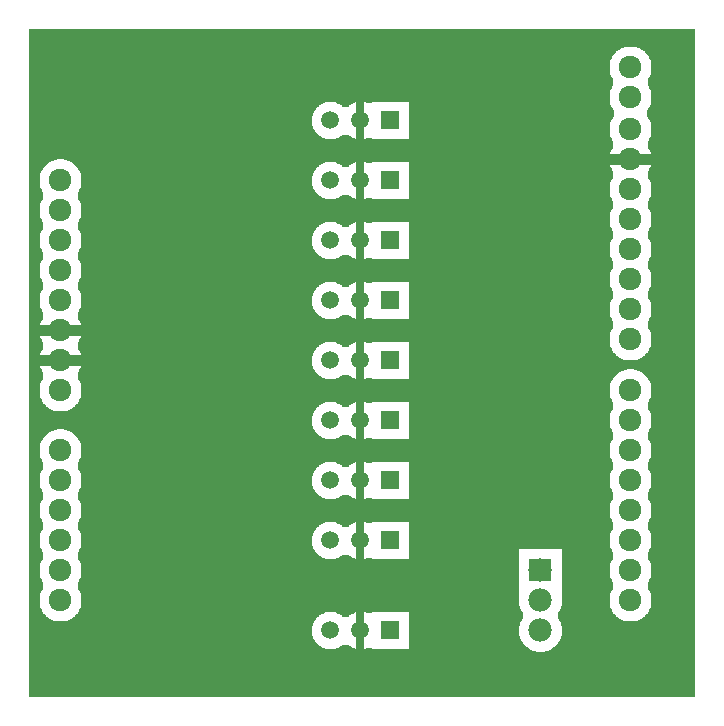
<source format=gtl>
G04 MADE WITH FRITZING*
G04 WWW.FRITZING.ORG*
G04 DOUBLE SIDED*
G04 HOLES PLATED*
G04 CONTOUR ON CENTER OF CONTOUR VECTOR*
%ASAXBY*%
%FSLAX23Y23*%
%MOIN*%
%OFA0B0*%
%SFA1.0B1.0*%
%ADD10C,0.075000*%
%ADD11C,0.075833*%
%ADD12C,0.059000*%
%ADD13C,0.078000*%
%ADD14R,0.059000X0.059000*%
%ADD15R,0.078000X0.078000*%
%LNCOPPER1*%
G90*
G70*
G54D10*
X2182Y2189D03*
G54D11*
X2049Y2140D03*
X2049Y2040D03*
X2049Y1933D03*
X2049Y1833D03*
X2049Y1733D03*
X2049Y1633D03*
X2049Y1533D03*
X2049Y1433D03*
X2049Y1333D03*
X2049Y1233D03*
X2049Y1063D03*
X2049Y963D03*
X2049Y863D03*
X2049Y763D03*
X2049Y663D03*
X2049Y563D03*
X2049Y463D03*
X2049Y363D03*
X149Y1763D03*
X149Y1663D03*
X149Y1563D03*
X149Y1463D03*
X149Y1363D03*
X149Y1263D03*
X149Y1163D03*
X149Y1063D03*
X149Y863D03*
X149Y763D03*
X149Y663D03*
X149Y563D03*
X149Y463D03*
X149Y363D03*
G54D12*
X1249Y563D03*
X1149Y563D03*
X1049Y563D03*
X1249Y763D03*
X1149Y763D03*
X1049Y763D03*
X1249Y963D03*
X1149Y963D03*
X1049Y963D03*
X1249Y1163D03*
X1149Y1163D03*
X1049Y1163D03*
X1249Y1363D03*
X1149Y1363D03*
X1049Y1363D03*
X1249Y1563D03*
X1149Y1563D03*
X1049Y1563D03*
X1249Y263D03*
X1149Y263D03*
X1049Y263D03*
X1249Y1763D03*
X1149Y1763D03*
X1049Y1763D03*
X1249Y1963D03*
X1149Y1963D03*
X1049Y1963D03*
G54D13*
X1749Y463D03*
X1749Y363D03*
X1749Y263D03*
G54D14*
X1249Y563D03*
X1249Y763D03*
X1249Y963D03*
X1249Y1163D03*
X1249Y1363D03*
X1249Y1563D03*
X1249Y263D03*
X1249Y1763D03*
X1249Y1963D03*
G54D15*
X1749Y463D03*
G36*
X44Y2269D02*
X44Y2209D01*
X2066Y2209D01*
X2066Y2207D01*
X2072Y2207D01*
X2072Y2205D01*
X2078Y2205D01*
X2078Y2203D01*
X2082Y2203D01*
X2082Y2201D01*
X2084Y2201D01*
X2084Y2199D01*
X2088Y2199D01*
X2088Y2197D01*
X2090Y2197D01*
X2090Y2195D01*
X2094Y2195D01*
X2094Y2193D01*
X2096Y2193D01*
X2096Y2191D01*
X2098Y2191D01*
X2098Y2189D01*
X2100Y2189D01*
X2100Y2187D01*
X2102Y2187D01*
X2102Y2185D01*
X2104Y2185D01*
X2104Y2181D01*
X2106Y2181D01*
X2106Y2179D01*
X2108Y2179D01*
X2108Y2177D01*
X2110Y2177D01*
X2110Y2173D01*
X2112Y2173D01*
X2112Y2169D01*
X2114Y2169D01*
X2114Y2165D01*
X2116Y2165D01*
X2116Y2159D01*
X2118Y2159D01*
X2118Y2119D01*
X2116Y2119D01*
X2116Y2113D01*
X2114Y2113D01*
X2114Y2109D01*
X2112Y2109D01*
X2112Y2105D01*
X2110Y2105D01*
X2110Y2103D01*
X2108Y2103D01*
X2108Y2099D01*
X2106Y2099D01*
X2106Y2079D01*
X2108Y2079D01*
X2108Y2077D01*
X2110Y2077D01*
X2110Y2073D01*
X2112Y2073D01*
X2112Y2069D01*
X2114Y2069D01*
X2114Y2065D01*
X2116Y2065D01*
X2116Y2059D01*
X2118Y2059D01*
X2118Y2019D01*
X2116Y2019D01*
X2116Y2013D01*
X2114Y2013D01*
X2114Y2009D01*
X2112Y2009D01*
X2112Y2005D01*
X2110Y2005D01*
X2110Y2003D01*
X2108Y2003D01*
X2108Y1999D01*
X2106Y1999D01*
X2106Y1997D01*
X2104Y1997D01*
X2104Y1975D01*
X2106Y1975D01*
X2106Y1973D01*
X2108Y1973D01*
X2108Y1969D01*
X2110Y1969D01*
X2110Y1967D01*
X2112Y1967D01*
X2112Y1963D01*
X2114Y1963D01*
X2114Y1957D01*
X2116Y1957D01*
X2116Y1953D01*
X2118Y1953D01*
X2118Y1913D01*
X2116Y1913D01*
X2116Y1907D01*
X2114Y1907D01*
X2114Y1903D01*
X2112Y1903D01*
X2112Y1899D01*
X2110Y1899D01*
X2110Y1895D01*
X2108Y1895D01*
X2108Y1893D01*
X2106Y1893D01*
X2106Y1873D01*
X2108Y1873D01*
X2108Y1869D01*
X2110Y1869D01*
X2110Y1867D01*
X2112Y1867D01*
X2112Y1863D01*
X2114Y1863D01*
X2114Y1857D01*
X2116Y1857D01*
X2116Y1853D01*
X2118Y1853D01*
X2118Y1813D01*
X2116Y1813D01*
X2116Y1807D01*
X2114Y1807D01*
X2114Y1803D01*
X2112Y1803D01*
X2112Y1799D01*
X2110Y1799D01*
X2110Y1795D01*
X2108Y1795D01*
X2108Y1793D01*
X2106Y1793D01*
X2106Y1773D01*
X2108Y1773D01*
X2108Y1769D01*
X2110Y1769D01*
X2110Y1767D01*
X2112Y1767D01*
X2112Y1763D01*
X2114Y1763D01*
X2114Y1757D01*
X2116Y1757D01*
X2116Y1753D01*
X2118Y1753D01*
X2118Y1713D01*
X2116Y1713D01*
X2116Y1707D01*
X2114Y1707D01*
X2114Y1703D01*
X2112Y1703D01*
X2112Y1699D01*
X2110Y1699D01*
X2110Y1695D01*
X2108Y1695D01*
X2108Y1693D01*
X2106Y1693D01*
X2106Y1673D01*
X2108Y1673D01*
X2108Y1669D01*
X2110Y1669D01*
X2110Y1665D01*
X2112Y1665D01*
X2112Y1663D01*
X2114Y1663D01*
X2114Y1657D01*
X2116Y1657D01*
X2116Y1653D01*
X2118Y1653D01*
X2118Y1613D01*
X2116Y1613D01*
X2116Y1607D01*
X2114Y1607D01*
X2114Y1603D01*
X2112Y1603D01*
X2112Y1599D01*
X2110Y1599D01*
X2110Y1595D01*
X2108Y1595D01*
X2108Y1593D01*
X2106Y1593D01*
X2106Y1573D01*
X2108Y1573D01*
X2108Y1569D01*
X2110Y1569D01*
X2110Y1565D01*
X2112Y1565D01*
X2112Y1563D01*
X2114Y1563D01*
X2114Y1557D01*
X2116Y1557D01*
X2116Y1553D01*
X2118Y1553D01*
X2118Y1513D01*
X2116Y1513D01*
X2116Y1507D01*
X2114Y1507D01*
X2114Y1503D01*
X2112Y1503D01*
X2112Y1499D01*
X2110Y1499D01*
X2110Y1495D01*
X2108Y1495D01*
X2108Y1493D01*
X2106Y1493D01*
X2106Y1473D01*
X2108Y1473D01*
X2108Y1469D01*
X2110Y1469D01*
X2110Y1467D01*
X2112Y1467D01*
X2112Y1463D01*
X2114Y1463D01*
X2114Y1457D01*
X2116Y1457D01*
X2116Y1453D01*
X2118Y1453D01*
X2118Y1413D01*
X2116Y1413D01*
X2116Y1407D01*
X2114Y1407D01*
X2114Y1403D01*
X2112Y1403D01*
X2112Y1399D01*
X2110Y1399D01*
X2110Y1395D01*
X2108Y1395D01*
X2108Y1393D01*
X2106Y1393D01*
X2106Y1373D01*
X2108Y1373D01*
X2108Y1369D01*
X2110Y1369D01*
X2110Y1367D01*
X2112Y1367D01*
X2112Y1363D01*
X2114Y1363D01*
X2114Y1357D01*
X2116Y1357D01*
X2116Y1353D01*
X2118Y1353D01*
X2118Y1313D01*
X2116Y1313D01*
X2116Y1307D01*
X2114Y1307D01*
X2114Y1303D01*
X2112Y1303D01*
X2112Y1299D01*
X2110Y1299D01*
X2110Y1295D01*
X2108Y1295D01*
X2108Y1293D01*
X2106Y1293D01*
X2106Y1273D01*
X2108Y1273D01*
X2108Y1269D01*
X2110Y1269D01*
X2110Y1267D01*
X2112Y1267D01*
X2112Y1263D01*
X2114Y1263D01*
X2114Y1257D01*
X2116Y1257D01*
X2116Y1253D01*
X2118Y1253D01*
X2118Y1213D01*
X2116Y1213D01*
X2116Y1207D01*
X2114Y1207D01*
X2114Y1203D01*
X2112Y1203D01*
X2112Y1199D01*
X2110Y1199D01*
X2110Y1195D01*
X2108Y1195D01*
X2108Y1193D01*
X2106Y1193D01*
X2106Y1189D01*
X2104Y1189D01*
X2104Y1187D01*
X2102Y1187D01*
X2102Y1185D01*
X2100Y1185D01*
X2100Y1183D01*
X2098Y1183D01*
X2098Y1181D01*
X2096Y1181D01*
X2096Y1179D01*
X2094Y1179D01*
X2094Y1177D01*
X2092Y1177D01*
X2092Y1175D01*
X2088Y1175D01*
X2088Y1173D01*
X2086Y1173D01*
X2086Y1171D01*
X2082Y1171D01*
X2082Y1169D01*
X2078Y1169D01*
X2078Y1167D01*
X2074Y1167D01*
X2074Y1165D01*
X2068Y1165D01*
X2068Y1163D01*
X2264Y1163D01*
X2264Y2269D01*
X44Y2269D01*
G37*
D02*
G36*
X44Y2209D02*
X44Y2023D01*
X1310Y2023D01*
X1310Y1901D01*
X1986Y1901D01*
X1986Y1903D01*
X1984Y1903D01*
X1984Y1907D01*
X1982Y1907D01*
X1982Y1913D01*
X1980Y1913D01*
X1980Y1953D01*
X1982Y1953D01*
X1982Y1957D01*
X1984Y1957D01*
X1984Y1963D01*
X1986Y1963D01*
X1986Y1965D01*
X1988Y1965D01*
X1988Y1969D01*
X1990Y1969D01*
X1990Y1973D01*
X1992Y1973D01*
X1992Y1975D01*
X1994Y1975D01*
X1994Y1997D01*
X1992Y1997D01*
X1992Y1999D01*
X1990Y1999D01*
X1990Y2003D01*
X1988Y2003D01*
X1988Y2005D01*
X1986Y2005D01*
X1986Y2009D01*
X1984Y2009D01*
X1984Y2013D01*
X1982Y2013D01*
X1982Y2019D01*
X1980Y2019D01*
X1980Y2059D01*
X1982Y2059D01*
X1982Y2065D01*
X1984Y2065D01*
X1984Y2069D01*
X1986Y2069D01*
X1986Y2073D01*
X1988Y2073D01*
X1988Y2077D01*
X1990Y2077D01*
X1990Y2079D01*
X1992Y2079D01*
X1992Y2099D01*
X1990Y2099D01*
X1990Y2103D01*
X1988Y2103D01*
X1988Y2105D01*
X1986Y2105D01*
X1986Y2109D01*
X1984Y2109D01*
X1984Y2113D01*
X1982Y2113D01*
X1982Y2119D01*
X1980Y2119D01*
X1980Y2159D01*
X1982Y2159D01*
X1982Y2165D01*
X1984Y2165D01*
X1984Y2169D01*
X1986Y2169D01*
X1986Y2173D01*
X1988Y2173D01*
X1988Y2177D01*
X1990Y2177D01*
X1990Y2179D01*
X1992Y2179D01*
X1992Y2181D01*
X1994Y2181D01*
X1994Y2185D01*
X1996Y2185D01*
X1996Y2187D01*
X1998Y2187D01*
X1998Y2189D01*
X2000Y2189D01*
X2000Y2191D01*
X2002Y2191D01*
X2002Y2193D01*
X2004Y2193D01*
X2004Y2195D01*
X2008Y2195D01*
X2008Y2197D01*
X2010Y2197D01*
X2010Y2199D01*
X2014Y2199D01*
X2014Y2201D01*
X2016Y2201D01*
X2016Y2203D01*
X2020Y2203D01*
X2020Y2205D01*
X2026Y2205D01*
X2026Y2207D01*
X2032Y2207D01*
X2032Y2209D01*
X44Y2209D01*
G37*
D02*
G36*
X44Y2023D02*
X44Y1901D01*
X1032Y1901D01*
X1032Y1903D01*
X1026Y1903D01*
X1026Y1905D01*
X1022Y1905D01*
X1022Y1907D01*
X1018Y1907D01*
X1018Y1909D01*
X1016Y1909D01*
X1016Y1911D01*
X1012Y1911D01*
X1012Y1913D01*
X1010Y1913D01*
X1010Y1915D01*
X1008Y1915D01*
X1008Y1917D01*
X1006Y1917D01*
X1006Y1919D01*
X1004Y1919D01*
X1004Y1921D01*
X1002Y1921D01*
X1002Y1923D01*
X1000Y1923D01*
X1000Y1925D01*
X998Y1925D01*
X998Y1927D01*
X996Y1927D01*
X996Y1931D01*
X994Y1931D01*
X994Y1935D01*
X992Y1935D01*
X992Y1939D01*
X990Y1939D01*
X990Y1945D01*
X988Y1945D01*
X988Y1979D01*
X990Y1979D01*
X990Y1985D01*
X992Y1985D01*
X992Y1989D01*
X994Y1989D01*
X994Y1993D01*
X996Y1993D01*
X996Y1997D01*
X998Y1997D01*
X998Y1999D01*
X1000Y1999D01*
X1000Y2001D01*
X1002Y2001D01*
X1002Y2005D01*
X1004Y2005D01*
X1004Y2007D01*
X1006Y2007D01*
X1006Y2009D01*
X1010Y2009D01*
X1010Y2011D01*
X1012Y2011D01*
X1012Y2013D01*
X1014Y2013D01*
X1014Y2015D01*
X1018Y2015D01*
X1018Y2017D01*
X1020Y2017D01*
X1020Y2019D01*
X1024Y2019D01*
X1024Y2021D01*
X1030Y2021D01*
X1030Y2023D01*
X44Y2023D01*
G37*
D02*
G36*
X1068Y2023D02*
X1068Y2021D01*
X1072Y2021D01*
X1072Y2019D01*
X1078Y2019D01*
X1078Y2017D01*
X1080Y2017D01*
X1080Y2015D01*
X1084Y2015D01*
X1084Y2013D01*
X1086Y2013D01*
X1086Y2011D01*
X1088Y2011D01*
X1088Y2009D01*
X1110Y2009D01*
X1110Y2011D01*
X1112Y2011D01*
X1112Y2013D01*
X1114Y2013D01*
X1114Y2015D01*
X1118Y2015D01*
X1118Y2017D01*
X1120Y2017D01*
X1120Y2019D01*
X1124Y2019D01*
X1124Y2021D01*
X1130Y2021D01*
X1130Y2023D01*
X1068Y2023D01*
G37*
D02*
G36*
X1168Y2023D02*
X1168Y2021D01*
X1188Y2021D01*
X1188Y2023D01*
X1168Y2023D01*
G37*
D02*
G36*
X1088Y1915D02*
X1088Y1913D01*
X1086Y1913D01*
X1086Y1911D01*
X1082Y1911D01*
X1082Y1909D01*
X1080Y1909D01*
X1080Y1907D01*
X1076Y1907D01*
X1076Y1905D01*
X1072Y1905D01*
X1072Y1903D01*
X1066Y1903D01*
X1066Y1901D01*
X1132Y1901D01*
X1132Y1903D01*
X1126Y1903D01*
X1126Y1905D01*
X1122Y1905D01*
X1122Y1907D01*
X1118Y1907D01*
X1118Y1909D01*
X1116Y1909D01*
X1116Y1911D01*
X1112Y1911D01*
X1112Y1913D01*
X1110Y1913D01*
X1110Y1915D01*
X1088Y1915D01*
G37*
D02*
G36*
X1166Y1903D02*
X1166Y1901D01*
X1188Y1901D01*
X1188Y1903D01*
X1166Y1903D01*
G37*
D02*
G36*
X44Y1901D02*
X44Y1899D01*
X1986Y1899D01*
X1986Y1901D01*
X44Y1901D01*
G37*
D02*
G36*
X44Y1901D02*
X44Y1899D01*
X1986Y1899D01*
X1986Y1901D01*
X44Y1901D01*
G37*
D02*
G36*
X44Y1901D02*
X44Y1899D01*
X1986Y1899D01*
X1986Y1901D01*
X44Y1901D01*
G37*
D02*
G36*
X44Y1901D02*
X44Y1899D01*
X1986Y1899D01*
X1986Y1901D01*
X44Y1901D01*
G37*
D02*
G36*
X44Y1899D02*
X44Y1833D01*
X160Y1833D01*
X160Y1831D01*
X170Y1831D01*
X170Y1829D01*
X176Y1829D01*
X176Y1827D01*
X180Y1827D01*
X180Y1825D01*
X184Y1825D01*
X184Y1823D01*
X1310Y1823D01*
X1310Y1701D01*
X1986Y1701D01*
X1986Y1703D01*
X1984Y1703D01*
X1984Y1707D01*
X1982Y1707D01*
X1982Y1713D01*
X1980Y1713D01*
X1980Y1753D01*
X1982Y1753D01*
X1982Y1757D01*
X1984Y1757D01*
X1984Y1763D01*
X1986Y1763D01*
X1986Y1765D01*
X1988Y1765D01*
X1988Y1769D01*
X1990Y1769D01*
X1990Y1773D01*
X1992Y1773D01*
X1992Y1793D01*
X1990Y1793D01*
X1990Y1795D01*
X1988Y1795D01*
X1988Y1799D01*
X1986Y1799D01*
X1986Y1803D01*
X1984Y1803D01*
X1984Y1807D01*
X1982Y1807D01*
X1982Y1813D01*
X1980Y1813D01*
X1980Y1853D01*
X1982Y1853D01*
X1982Y1857D01*
X1984Y1857D01*
X1984Y1863D01*
X1986Y1863D01*
X1986Y1865D01*
X1988Y1865D01*
X1988Y1869D01*
X1990Y1869D01*
X1990Y1873D01*
X1992Y1873D01*
X1992Y1893D01*
X1990Y1893D01*
X1990Y1895D01*
X1988Y1895D01*
X1988Y1899D01*
X44Y1899D01*
G37*
D02*
G36*
X44Y1833D02*
X44Y993D01*
X130Y993D01*
X130Y995D01*
X124Y995D01*
X124Y997D01*
X120Y997D01*
X120Y999D01*
X116Y999D01*
X116Y1001D01*
X112Y1001D01*
X112Y1003D01*
X110Y1003D01*
X110Y1005D01*
X106Y1005D01*
X106Y1007D01*
X104Y1007D01*
X104Y1009D01*
X102Y1009D01*
X102Y1011D01*
X100Y1011D01*
X100Y1013D01*
X98Y1013D01*
X98Y1015D01*
X96Y1015D01*
X96Y1017D01*
X94Y1017D01*
X94Y1019D01*
X92Y1019D01*
X92Y1023D01*
X90Y1023D01*
X90Y1025D01*
X88Y1025D01*
X88Y1029D01*
X86Y1029D01*
X86Y1033D01*
X84Y1033D01*
X84Y1037D01*
X82Y1037D01*
X82Y1043D01*
X80Y1043D01*
X80Y1083D01*
X82Y1083D01*
X82Y1087D01*
X84Y1087D01*
X84Y1093D01*
X86Y1093D01*
X86Y1095D01*
X88Y1095D01*
X88Y1099D01*
X90Y1099D01*
X90Y1103D01*
X92Y1103D01*
X92Y1123D01*
X90Y1123D01*
X90Y1125D01*
X88Y1125D01*
X88Y1129D01*
X86Y1129D01*
X86Y1133D01*
X84Y1133D01*
X84Y1137D01*
X82Y1137D01*
X82Y1143D01*
X80Y1143D01*
X80Y1183D01*
X82Y1183D01*
X82Y1187D01*
X84Y1187D01*
X84Y1193D01*
X86Y1193D01*
X86Y1195D01*
X88Y1195D01*
X88Y1199D01*
X90Y1199D01*
X90Y1203D01*
X92Y1203D01*
X92Y1223D01*
X90Y1223D01*
X90Y1225D01*
X88Y1225D01*
X88Y1229D01*
X86Y1229D01*
X86Y1233D01*
X84Y1233D01*
X84Y1237D01*
X82Y1237D01*
X82Y1243D01*
X80Y1243D01*
X80Y1283D01*
X82Y1283D01*
X82Y1287D01*
X84Y1287D01*
X84Y1293D01*
X86Y1293D01*
X86Y1295D01*
X88Y1295D01*
X88Y1299D01*
X90Y1299D01*
X90Y1303D01*
X92Y1303D01*
X92Y1323D01*
X90Y1323D01*
X90Y1325D01*
X88Y1325D01*
X88Y1329D01*
X86Y1329D01*
X86Y1333D01*
X84Y1333D01*
X84Y1337D01*
X82Y1337D01*
X82Y1343D01*
X80Y1343D01*
X80Y1383D01*
X82Y1383D01*
X82Y1387D01*
X84Y1387D01*
X84Y1393D01*
X86Y1393D01*
X86Y1395D01*
X88Y1395D01*
X88Y1399D01*
X90Y1399D01*
X90Y1403D01*
X92Y1403D01*
X92Y1423D01*
X90Y1423D01*
X90Y1425D01*
X88Y1425D01*
X88Y1429D01*
X86Y1429D01*
X86Y1433D01*
X84Y1433D01*
X84Y1437D01*
X82Y1437D01*
X82Y1443D01*
X80Y1443D01*
X80Y1483D01*
X82Y1483D01*
X82Y1487D01*
X84Y1487D01*
X84Y1493D01*
X86Y1493D01*
X86Y1495D01*
X88Y1495D01*
X88Y1499D01*
X90Y1499D01*
X90Y1503D01*
X92Y1503D01*
X92Y1523D01*
X90Y1523D01*
X90Y1525D01*
X88Y1525D01*
X88Y1529D01*
X86Y1529D01*
X86Y1533D01*
X84Y1533D01*
X84Y1537D01*
X82Y1537D01*
X82Y1543D01*
X80Y1543D01*
X80Y1583D01*
X82Y1583D01*
X82Y1587D01*
X84Y1587D01*
X84Y1593D01*
X86Y1593D01*
X86Y1595D01*
X88Y1595D01*
X88Y1599D01*
X90Y1599D01*
X90Y1603D01*
X92Y1603D01*
X92Y1623D01*
X90Y1623D01*
X90Y1625D01*
X88Y1625D01*
X88Y1629D01*
X86Y1629D01*
X86Y1633D01*
X84Y1633D01*
X84Y1637D01*
X82Y1637D01*
X82Y1643D01*
X80Y1643D01*
X80Y1683D01*
X82Y1683D01*
X82Y1687D01*
X84Y1687D01*
X84Y1693D01*
X86Y1693D01*
X86Y1695D01*
X88Y1695D01*
X88Y1699D01*
X90Y1699D01*
X90Y1703D01*
X92Y1703D01*
X92Y1723D01*
X90Y1723D01*
X90Y1725D01*
X88Y1725D01*
X88Y1729D01*
X86Y1729D01*
X86Y1733D01*
X84Y1733D01*
X84Y1737D01*
X82Y1737D01*
X82Y1743D01*
X80Y1743D01*
X80Y1783D01*
X82Y1783D01*
X82Y1787D01*
X84Y1787D01*
X84Y1793D01*
X86Y1793D01*
X86Y1795D01*
X88Y1795D01*
X88Y1799D01*
X90Y1799D01*
X90Y1803D01*
X92Y1803D01*
X92Y1805D01*
X94Y1805D01*
X94Y1807D01*
X96Y1807D01*
X96Y1809D01*
X98Y1809D01*
X98Y1811D01*
X100Y1811D01*
X100Y1813D01*
X102Y1813D01*
X102Y1815D01*
X104Y1815D01*
X104Y1817D01*
X106Y1817D01*
X106Y1819D01*
X108Y1819D01*
X108Y1821D01*
X112Y1821D01*
X112Y1823D01*
X114Y1823D01*
X114Y1825D01*
X118Y1825D01*
X118Y1827D01*
X122Y1827D01*
X122Y1829D01*
X128Y1829D01*
X128Y1831D01*
X138Y1831D01*
X138Y1833D01*
X44Y1833D01*
G37*
D02*
G36*
X186Y1823D02*
X186Y1821D01*
X190Y1821D01*
X190Y1819D01*
X192Y1819D01*
X192Y1817D01*
X194Y1817D01*
X194Y1815D01*
X196Y1815D01*
X196Y1813D01*
X198Y1813D01*
X198Y1811D01*
X200Y1811D01*
X200Y1809D01*
X202Y1809D01*
X202Y1807D01*
X204Y1807D01*
X204Y1805D01*
X206Y1805D01*
X206Y1803D01*
X208Y1803D01*
X208Y1799D01*
X210Y1799D01*
X210Y1795D01*
X212Y1795D01*
X212Y1793D01*
X214Y1793D01*
X214Y1787D01*
X216Y1787D01*
X216Y1783D01*
X218Y1783D01*
X218Y1743D01*
X216Y1743D01*
X216Y1737D01*
X214Y1737D01*
X214Y1733D01*
X212Y1733D01*
X212Y1729D01*
X210Y1729D01*
X210Y1725D01*
X208Y1725D01*
X208Y1723D01*
X206Y1723D01*
X206Y1703D01*
X208Y1703D01*
X208Y1701D01*
X1032Y1701D01*
X1032Y1703D01*
X1026Y1703D01*
X1026Y1705D01*
X1022Y1705D01*
X1022Y1707D01*
X1018Y1707D01*
X1018Y1709D01*
X1016Y1709D01*
X1016Y1711D01*
X1012Y1711D01*
X1012Y1713D01*
X1010Y1713D01*
X1010Y1715D01*
X1008Y1715D01*
X1008Y1717D01*
X1006Y1717D01*
X1006Y1719D01*
X1004Y1719D01*
X1004Y1721D01*
X1002Y1721D01*
X1002Y1723D01*
X1000Y1723D01*
X1000Y1725D01*
X998Y1725D01*
X998Y1727D01*
X996Y1727D01*
X996Y1731D01*
X994Y1731D01*
X994Y1735D01*
X992Y1735D01*
X992Y1739D01*
X990Y1739D01*
X990Y1745D01*
X988Y1745D01*
X988Y1779D01*
X990Y1779D01*
X990Y1785D01*
X992Y1785D01*
X992Y1789D01*
X994Y1789D01*
X994Y1793D01*
X996Y1793D01*
X996Y1797D01*
X998Y1797D01*
X998Y1799D01*
X1000Y1799D01*
X1000Y1801D01*
X1002Y1801D01*
X1002Y1805D01*
X1004Y1805D01*
X1004Y1807D01*
X1006Y1807D01*
X1006Y1809D01*
X1010Y1809D01*
X1010Y1811D01*
X1012Y1811D01*
X1012Y1813D01*
X1014Y1813D01*
X1014Y1815D01*
X1018Y1815D01*
X1018Y1817D01*
X1020Y1817D01*
X1020Y1819D01*
X1024Y1819D01*
X1024Y1821D01*
X1030Y1821D01*
X1030Y1823D01*
X186Y1823D01*
G37*
D02*
G36*
X1068Y1823D02*
X1068Y1821D01*
X1072Y1821D01*
X1072Y1819D01*
X1078Y1819D01*
X1078Y1817D01*
X1080Y1817D01*
X1080Y1815D01*
X1084Y1815D01*
X1084Y1813D01*
X1086Y1813D01*
X1086Y1811D01*
X1088Y1811D01*
X1088Y1809D01*
X1110Y1809D01*
X1110Y1811D01*
X1112Y1811D01*
X1112Y1813D01*
X1114Y1813D01*
X1114Y1815D01*
X1118Y1815D01*
X1118Y1817D01*
X1120Y1817D01*
X1120Y1819D01*
X1124Y1819D01*
X1124Y1821D01*
X1130Y1821D01*
X1130Y1823D01*
X1068Y1823D01*
G37*
D02*
G36*
X1168Y1823D02*
X1168Y1821D01*
X1188Y1821D01*
X1188Y1823D01*
X1168Y1823D01*
G37*
D02*
G36*
X1088Y1715D02*
X1088Y1713D01*
X1086Y1713D01*
X1086Y1711D01*
X1082Y1711D01*
X1082Y1709D01*
X1080Y1709D01*
X1080Y1707D01*
X1076Y1707D01*
X1076Y1705D01*
X1072Y1705D01*
X1072Y1703D01*
X1066Y1703D01*
X1066Y1701D01*
X1132Y1701D01*
X1132Y1703D01*
X1126Y1703D01*
X1126Y1705D01*
X1122Y1705D01*
X1122Y1707D01*
X1118Y1707D01*
X1118Y1709D01*
X1116Y1709D01*
X1116Y1711D01*
X1112Y1711D01*
X1112Y1713D01*
X1110Y1713D01*
X1110Y1715D01*
X1088Y1715D01*
G37*
D02*
G36*
X1166Y1703D02*
X1166Y1701D01*
X1188Y1701D01*
X1188Y1703D01*
X1166Y1703D01*
G37*
D02*
G36*
X208Y1701D02*
X208Y1699D01*
X1986Y1699D01*
X1986Y1701D01*
X208Y1701D01*
G37*
D02*
G36*
X208Y1701D02*
X208Y1699D01*
X1986Y1699D01*
X1986Y1701D01*
X208Y1701D01*
G37*
D02*
G36*
X208Y1701D02*
X208Y1699D01*
X1986Y1699D01*
X1986Y1701D01*
X208Y1701D01*
G37*
D02*
G36*
X208Y1701D02*
X208Y1699D01*
X1986Y1699D01*
X1986Y1701D01*
X208Y1701D01*
G37*
D02*
G36*
X210Y1699D02*
X210Y1695D01*
X212Y1695D01*
X212Y1693D01*
X214Y1693D01*
X214Y1687D01*
X216Y1687D01*
X216Y1683D01*
X218Y1683D01*
X218Y1643D01*
X216Y1643D01*
X216Y1637D01*
X214Y1637D01*
X214Y1633D01*
X212Y1633D01*
X212Y1629D01*
X210Y1629D01*
X210Y1625D01*
X208Y1625D01*
X208Y1623D01*
X1310Y1623D01*
X1310Y1501D01*
X1986Y1501D01*
X1986Y1503D01*
X1984Y1503D01*
X1984Y1507D01*
X1982Y1507D01*
X1982Y1513D01*
X1980Y1513D01*
X1980Y1553D01*
X1982Y1553D01*
X1982Y1557D01*
X1984Y1557D01*
X1984Y1563D01*
X1986Y1563D01*
X1986Y1565D01*
X1988Y1565D01*
X1988Y1569D01*
X1990Y1569D01*
X1990Y1573D01*
X1992Y1573D01*
X1992Y1593D01*
X1990Y1593D01*
X1990Y1595D01*
X1988Y1595D01*
X1988Y1599D01*
X1986Y1599D01*
X1986Y1603D01*
X1984Y1603D01*
X1984Y1607D01*
X1982Y1607D01*
X1982Y1613D01*
X1980Y1613D01*
X1980Y1653D01*
X1982Y1653D01*
X1982Y1657D01*
X1984Y1657D01*
X1984Y1663D01*
X1986Y1663D01*
X1986Y1665D01*
X1988Y1665D01*
X1988Y1669D01*
X1990Y1669D01*
X1990Y1673D01*
X1992Y1673D01*
X1992Y1693D01*
X1990Y1693D01*
X1990Y1695D01*
X1988Y1695D01*
X1988Y1699D01*
X210Y1699D01*
G37*
D02*
G36*
X206Y1623D02*
X206Y1603D01*
X208Y1603D01*
X208Y1599D01*
X210Y1599D01*
X210Y1595D01*
X212Y1595D01*
X212Y1593D01*
X214Y1593D01*
X214Y1587D01*
X216Y1587D01*
X216Y1583D01*
X218Y1583D01*
X218Y1543D01*
X216Y1543D01*
X216Y1537D01*
X214Y1537D01*
X214Y1533D01*
X212Y1533D01*
X212Y1529D01*
X210Y1529D01*
X210Y1525D01*
X208Y1525D01*
X208Y1523D01*
X206Y1523D01*
X206Y1503D01*
X208Y1503D01*
X208Y1501D01*
X1032Y1501D01*
X1032Y1503D01*
X1026Y1503D01*
X1026Y1505D01*
X1022Y1505D01*
X1022Y1507D01*
X1018Y1507D01*
X1018Y1509D01*
X1016Y1509D01*
X1016Y1511D01*
X1012Y1511D01*
X1012Y1513D01*
X1010Y1513D01*
X1010Y1515D01*
X1008Y1515D01*
X1008Y1517D01*
X1006Y1517D01*
X1006Y1519D01*
X1004Y1519D01*
X1004Y1521D01*
X1002Y1521D01*
X1002Y1523D01*
X1000Y1523D01*
X1000Y1525D01*
X998Y1525D01*
X998Y1527D01*
X996Y1527D01*
X996Y1531D01*
X994Y1531D01*
X994Y1535D01*
X992Y1535D01*
X992Y1539D01*
X990Y1539D01*
X990Y1545D01*
X988Y1545D01*
X988Y1579D01*
X990Y1579D01*
X990Y1585D01*
X992Y1585D01*
X992Y1589D01*
X994Y1589D01*
X994Y1593D01*
X996Y1593D01*
X996Y1597D01*
X998Y1597D01*
X998Y1599D01*
X1000Y1599D01*
X1000Y1601D01*
X1002Y1601D01*
X1002Y1605D01*
X1004Y1605D01*
X1004Y1607D01*
X1006Y1607D01*
X1006Y1609D01*
X1010Y1609D01*
X1010Y1611D01*
X1012Y1611D01*
X1012Y1613D01*
X1014Y1613D01*
X1014Y1615D01*
X1018Y1615D01*
X1018Y1617D01*
X1020Y1617D01*
X1020Y1619D01*
X1024Y1619D01*
X1024Y1621D01*
X1030Y1621D01*
X1030Y1623D01*
X206Y1623D01*
G37*
D02*
G36*
X1068Y1623D02*
X1068Y1621D01*
X1072Y1621D01*
X1072Y1619D01*
X1078Y1619D01*
X1078Y1617D01*
X1080Y1617D01*
X1080Y1615D01*
X1084Y1615D01*
X1084Y1613D01*
X1086Y1613D01*
X1086Y1611D01*
X1088Y1611D01*
X1088Y1609D01*
X1110Y1609D01*
X1110Y1611D01*
X1112Y1611D01*
X1112Y1613D01*
X1114Y1613D01*
X1114Y1615D01*
X1118Y1615D01*
X1118Y1617D01*
X1120Y1617D01*
X1120Y1619D01*
X1124Y1619D01*
X1124Y1621D01*
X1130Y1621D01*
X1130Y1623D01*
X1068Y1623D01*
G37*
D02*
G36*
X1168Y1623D02*
X1168Y1621D01*
X1188Y1621D01*
X1188Y1623D01*
X1168Y1623D01*
G37*
D02*
G36*
X1088Y1515D02*
X1088Y1513D01*
X1086Y1513D01*
X1086Y1511D01*
X1082Y1511D01*
X1082Y1509D01*
X1080Y1509D01*
X1080Y1507D01*
X1076Y1507D01*
X1076Y1505D01*
X1072Y1505D01*
X1072Y1503D01*
X1066Y1503D01*
X1066Y1501D01*
X1132Y1501D01*
X1132Y1503D01*
X1126Y1503D01*
X1126Y1505D01*
X1122Y1505D01*
X1122Y1507D01*
X1118Y1507D01*
X1118Y1509D01*
X1116Y1509D01*
X1116Y1511D01*
X1112Y1511D01*
X1112Y1513D01*
X1110Y1513D01*
X1110Y1515D01*
X1088Y1515D01*
G37*
D02*
G36*
X1166Y1503D02*
X1166Y1501D01*
X1188Y1501D01*
X1188Y1503D01*
X1166Y1503D01*
G37*
D02*
G36*
X208Y1501D02*
X208Y1499D01*
X1986Y1499D01*
X1986Y1501D01*
X208Y1501D01*
G37*
D02*
G36*
X208Y1501D02*
X208Y1499D01*
X1986Y1499D01*
X1986Y1501D01*
X208Y1501D01*
G37*
D02*
G36*
X208Y1501D02*
X208Y1499D01*
X1986Y1499D01*
X1986Y1501D01*
X208Y1501D01*
G37*
D02*
G36*
X208Y1501D02*
X208Y1499D01*
X1986Y1499D01*
X1986Y1501D01*
X208Y1501D01*
G37*
D02*
G36*
X210Y1499D02*
X210Y1495D01*
X212Y1495D01*
X212Y1493D01*
X214Y1493D01*
X214Y1487D01*
X216Y1487D01*
X216Y1483D01*
X218Y1483D01*
X218Y1443D01*
X216Y1443D01*
X216Y1437D01*
X214Y1437D01*
X214Y1433D01*
X212Y1433D01*
X212Y1429D01*
X210Y1429D01*
X210Y1425D01*
X208Y1425D01*
X208Y1423D01*
X1310Y1423D01*
X1310Y1301D01*
X1986Y1301D01*
X1986Y1303D01*
X1984Y1303D01*
X1984Y1307D01*
X1982Y1307D01*
X1982Y1313D01*
X1980Y1313D01*
X1980Y1353D01*
X1982Y1353D01*
X1982Y1357D01*
X1984Y1357D01*
X1984Y1363D01*
X1986Y1363D01*
X1986Y1365D01*
X1988Y1365D01*
X1988Y1369D01*
X1990Y1369D01*
X1990Y1373D01*
X1992Y1373D01*
X1992Y1393D01*
X1990Y1393D01*
X1990Y1395D01*
X1988Y1395D01*
X1988Y1399D01*
X1986Y1399D01*
X1986Y1403D01*
X1984Y1403D01*
X1984Y1407D01*
X1982Y1407D01*
X1982Y1413D01*
X1980Y1413D01*
X1980Y1453D01*
X1982Y1453D01*
X1982Y1457D01*
X1984Y1457D01*
X1984Y1463D01*
X1986Y1463D01*
X1986Y1465D01*
X1988Y1465D01*
X1988Y1469D01*
X1990Y1469D01*
X1990Y1473D01*
X1992Y1473D01*
X1992Y1493D01*
X1990Y1493D01*
X1990Y1495D01*
X1988Y1495D01*
X1988Y1499D01*
X210Y1499D01*
G37*
D02*
G36*
X206Y1423D02*
X206Y1403D01*
X208Y1403D01*
X208Y1399D01*
X210Y1399D01*
X210Y1395D01*
X212Y1395D01*
X212Y1393D01*
X214Y1393D01*
X214Y1387D01*
X216Y1387D01*
X216Y1383D01*
X218Y1383D01*
X218Y1343D01*
X216Y1343D01*
X216Y1337D01*
X214Y1337D01*
X214Y1333D01*
X212Y1333D01*
X212Y1329D01*
X210Y1329D01*
X210Y1325D01*
X208Y1325D01*
X208Y1323D01*
X206Y1323D01*
X206Y1303D01*
X208Y1303D01*
X208Y1301D01*
X1032Y1301D01*
X1032Y1303D01*
X1026Y1303D01*
X1026Y1305D01*
X1022Y1305D01*
X1022Y1307D01*
X1018Y1307D01*
X1018Y1309D01*
X1016Y1309D01*
X1016Y1311D01*
X1012Y1311D01*
X1012Y1313D01*
X1010Y1313D01*
X1010Y1315D01*
X1008Y1315D01*
X1008Y1317D01*
X1006Y1317D01*
X1006Y1319D01*
X1004Y1319D01*
X1004Y1321D01*
X1002Y1321D01*
X1002Y1323D01*
X1000Y1323D01*
X1000Y1325D01*
X998Y1325D01*
X998Y1327D01*
X996Y1327D01*
X996Y1331D01*
X994Y1331D01*
X994Y1335D01*
X992Y1335D01*
X992Y1339D01*
X990Y1339D01*
X990Y1345D01*
X988Y1345D01*
X988Y1379D01*
X990Y1379D01*
X990Y1385D01*
X992Y1385D01*
X992Y1389D01*
X994Y1389D01*
X994Y1393D01*
X996Y1393D01*
X996Y1397D01*
X998Y1397D01*
X998Y1399D01*
X1000Y1399D01*
X1000Y1401D01*
X1002Y1401D01*
X1002Y1405D01*
X1004Y1405D01*
X1004Y1407D01*
X1006Y1407D01*
X1006Y1409D01*
X1010Y1409D01*
X1010Y1411D01*
X1012Y1411D01*
X1012Y1413D01*
X1014Y1413D01*
X1014Y1415D01*
X1018Y1415D01*
X1018Y1417D01*
X1020Y1417D01*
X1020Y1419D01*
X1024Y1419D01*
X1024Y1421D01*
X1030Y1421D01*
X1030Y1423D01*
X206Y1423D01*
G37*
D02*
G36*
X1068Y1423D02*
X1068Y1421D01*
X1072Y1421D01*
X1072Y1419D01*
X1078Y1419D01*
X1078Y1417D01*
X1080Y1417D01*
X1080Y1415D01*
X1084Y1415D01*
X1084Y1413D01*
X1086Y1413D01*
X1086Y1411D01*
X1088Y1411D01*
X1088Y1409D01*
X1110Y1409D01*
X1110Y1411D01*
X1112Y1411D01*
X1112Y1413D01*
X1114Y1413D01*
X1114Y1415D01*
X1118Y1415D01*
X1118Y1417D01*
X1120Y1417D01*
X1120Y1419D01*
X1124Y1419D01*
X1124Y1421D01*
X1130Y1421D01*
X1130Y1423D01*
X1068Y1423D01*
G37*
D02*
G36*
X1168Y1423D02*
X1168Y1421D01*
X1188Y1421D01*
X1188Y1423D01*
X1168Y1423D01*
G37*
D02*
G36*
X1088Y1315D02*
X1088Y1313D01*
X1086Y1313D01*
X1086Y1311D01*
X1082Y1311D01*
X1082Y1309D01*
X1080Y1309D01*
X1080Y1307D01*
X1076Y1307D01*
X1076Y1305D01*
X1072Y1305D01*
X1072Y1303D01*
X1066Y1303D01*
X1066Y1301D01*
X1132Y1301D01*
X1132Y1303D01*
X1126Y1303D01*
X1126Y1305D01*
X1122Y1305D01*
X1122Y1307D01*
X1118Y1307D01*
X1118Y1309D01*
X1116Y1309D01*
X1116Y1311D01*
X1112Y1311D01*
X1112Y1313D01*
X1110Y1313D01*
X1110Y1315D01*
X1088Y1315D01*
G37*
D02*
G36*
X1166Y1303D02*
X1166Y1301D01*
X1188Y1301D01*
X1188Y1303D01*
X1166Y1303D01*
G37*
D02*
G36*
X208Y1301D02*
X208Y1299D01*
X1986Y1299D01*
X1986Y1301D01*
X208Y1301D01*
G37*
D02*
G36*
X208Y1301D02*
X208Y1299D01*
X1986Y1299D01*
X1986Y1301D01*
X208Y1301D01*
G37*
D02*
G36*
X208Y1301D02*
X208Y1299D01*
X1986Y1299D01*
X1986Y1301D01*
X208Y1301D01*
G37*
D02*
G36*
X208Y1301D02*
X208Y1299D01*
X1986Y1299D01*
X1986Y1301D01*
X208Y1301D01*
G37*
D02*
G36*
X210Y1299D02*
X210Y1295D01*
X212Y1295D01*
X212Y1293D01*
X214Y1293D01*
X214Y1287D01*
X216Y1287D01*
X216Y1283D01*
X218Y1283D01*
X218Y1243D01*
X216Y1243D01*
X216Y1237D01*
X214Y1237D01*
X214Y1233D01*
X212Y1233D01*
X212Y1229D01*
X210Y1229D01*
X210Y1225D01*
X208Y1225D01*
X208Y1223D01*
X1310Y1223D01*
X1310Y1163D01*
X2030Y1163D01*
X2030Y1165D01*
X2024Y1165D01*
X2024Y1167D01*
X2020Y1167D01*
X2020Y1169D01*
X2016Y1169D01*
X2016Y1171D01*
X2012Y1171D01*
X2012Y1173D01*
X2010Y1173D01*
X2010Y1175D01*
X2006Y1175D01*
X2006Y1177D01*
X2004Y1177D01*
X2004Y1179D01*
X2002Y1179D01*
X2002Y1181D01*
X2000Y1181D01*
X2000Y1183D01*
X1998Y1183D01*
X1998Y1185D01*
X1996Y1185D01*
X1996Y1187D01*
X1994Y1187D01*
X1994Y1189D01*
X1992Y1189D01*
X1992Y1193D01*
X1990Y1193D01*
X1990Y1195D01*
X1988Y1195D01*
X1988Y1199D01*
X1986Y1199D01*
X1986Y1203D01*
X1984Y1203D01*
X1984Y1207D01*
X1982Y1207D01*
X1982Y1213D01*
X1980Y1213D01*
X1980Y1253D01*
X1982Y1253D01*
X1982Y1257D01*
X1984Y1257D01*
X1984Y1263D01*
X1986Y1263D01*
X1986Y1265D01*
X1988Y1265D01*
X1988Y1269D01*
X1990Y1269D01*
X1990Y1273D01*
X1992Y1273D01*
X1992Y1293D01*
X1990Y1293D01*
X1990Y1295D01*
X1988Y1295D01*
X1988Y1299D01*
X210Y1299D01*
G37*
D02*
G36*
X206Y1223D02*
X206Y1203D01*
X208Y1203D01*
X208Y1199D01*
X210Y1199D01*
X210Y1195D01*
X212Y1195D01*
X212Y1193D01*
X214Y1193D01*
X214Y1187D01*
X216Y1187D01*
X216Y1183D01*
X218Y1183D01*
X218Y1143D01*
X216Y1143D01*
X216Y1137D01*
X214Y1137D01*
X214Y1133D01*
X212Y1133D01*
X212Y1129D01*
X210Y1129D01*
X210Y1125D01*
X208Y1125D01*
X208Y1123D01*
X206Y1123D01*
X206Y1103D01*
X208Y1103D01*
X208Y1101D01*
X1032Y1101D01*
X1032Y1103D01*
X1026Y1103D01*
X1026Y1105D01*
X1022Y1105D01*
X1022Y1107D01*
X1018Y1107D01*
X1018Y1109D01*
X1016Y1109D01*
X1016Y1111D01*
X1012Y1111D01*
X1012Y1113D01*
X1010Y1113D01*
X1010Y1115D01*
X1008Y1115D01*
X1008Y1117D01*
X1006Y1117D01*
X1006Y1119D01*
X1004Y1119D01*
X1004Y1121D01*
X1002Y1121D01*
X1002Y1123D01*
X1000Y1123D01*
X1000Y1125D01*
X998Y1125D01*
X998Y1127D01*
X996Y1127D01*
X996Y1131D01*
X994Y1131D01*
X994Y1135D01*
X992Y1135D01*
X992Y1139D01*
X990Y1139D01*
X990Y1145D01*
X988Y1145D01*
X988Y1179D01*
X990Y1179D01*
X990Y1185D01*
X992Y1185D01*
X992Y1189D01*
X994Y1189D01*
X994Y1193D01*
X996Y1193D01*
X996Y1197D01*
X998Y1197D01*
X998Y1199D01*
X1000Y1199D01*
X1000Y1201D01*
X1002Y1201D01*
X1002Y1205D01*
X1004Y1205D01*
X1004Y1207D01*
X1006Y1207D01*
X1006Y1209D01*
X1010Y1209D01*
X1010Y1211D01*
X1012Y1211D01*
X1012Y1213D01*
X1014Y1213D01*
X1014Y1215D01*
X1018Y1215D01*
X1018Y1217D01*
X1020Y1217D01*
X1020Y1219D01*
X1024Y1219D01*
X1024Y1221D01*
X1030Y1221D01*
X1030Y1223D01*
X206Y1223D01*
G37*
D02*
G36*
X1068Y1223D02*
X1068Y1221D01*
X1072Y1221D01*
X1072Y1219D01*
X1078Y1219D01*
X1078Y1217D01*
X1080Y1217D01*
X1080Y1215D01*
X1084Y1215D01*
X1084Y1213D01*
X1086Y1213D01*
X1086Y1211D01*
X1088Y1211D01*
X1088Y1209D01*
X1110Y1209D01*
X1110Y1211D01*
X1112Y1211D01*
X1112Y1213D01*
X1114Y1213D01*
X1114Y1215D01*
X1118Y1215D01*
X1118Y1217D01*
X1120Y1217D01*
X1120Y1219D01*
X1124Y1219D01*
X1124Y1221D01*
X1130Y1221D01*
X1130Y1223D01*
X1068Y1223D01*
G37*
D02*
G36*
X1168Y1223D02*
X1168Y1221D01*
X1188Y1221D01*
X1188Y1223D01*
X1168Y1223D01*
G37*
D02*
G36*
X1310Y1163D02*
X1310Y1161D01*
X2264Y1161D01*
X2264Y1163D01*
X1310Y1163D01*
G37*
D02*
G36*
X1310Y1163D02*
X1310Y1161D01*
X2264Y1161D01*
X2264Y1163D01*
X1310Y1163D01*
G37*
D02*
G36*
X1310Y1161D02*
X1310Y1133D01*
X2060Y1133D01*
X2060Y1131D01*
X2070Y1131D01*
X2070Y1129D01*
X2076Y1129D01*
X2076Y1127D01*
X2080Y1127D01*
X2080Y1125D01*
X2084Y1125D01*
X2084Y1123D01*
X2086Y1123D01*
X2086Y1121D01*
X2090Y1121D01*
X2090Y1119D01*
X2092Y1119D01*
X2092Y1117D01*
X2094Y1117D01*
X2094Y1115D01*
X2096Y1115D01*
X2096Y1113D01*
X2098Y1113D01*
X2098Y1111D01*
X2100Y1111D01*
X2100Y1109D01*
X2102Y1109D01*
X2102Y1107D01*
X2104Y1107D01*
X2104Y1105D01*
X2106Y1105D01*
X2106Y1103D01*
X2108Y1103D01*
X2108Y1099D01*
X2110Y1099D01*
X2110Y1095D01*
X2112Y1095D01*
X2112Y1093D01*
X2114Y1093D01*
X2114Y1087D01*
X2116Y1087D01*
X2116Y1083D01*
X2118Y1083D01*
X2118Y1043D01*
X2116Y1043D01*
X2116Y1037D01*
X2114Y1037D01*
X2114Y1033D01*
X2112Y1033D01*
X2112Y1029D01*
X2110Y1029D01*
X2110Y1025D01*
X2108Y1025D01*
X2108Y1023D01*
X2106Y1023D01*
X2106Y1003D01*
X2108Y1003D01*
X2108Y999D01*
X2110Y999D01*
X2110Y995D01*
X2112Y995D01*
X2112Y993D01*
X2114Y993D01*
X2114Y987D01*
X2116Y987D01*
X2116Y983D01*
X2118Y983D01*
X2118Y943D01*
X2116Y943D01*
X2116Y937D01*
X2114Y937D01*
X2114Y933D01*
X2112Y933D01*
X2112Y929D01*
X2110Y929D01*
X2110Y925D01*
X2108Y925D01*
X2108Y923D01*
X2106Y923D01*
X2106Y903D01*
X2108Y903D01*
X2108Y899D01*
X2110Y899D01*
X2110Y897D01*
X2112Y897D01*
X2112Y893D01*
X2114Y893D01*
X2114Y887D01*
X2116Y887D01*
X2116Y883D01*
X2118Y883D01*
X2118Y843D01*
X2116Y843D01*
X2116Y837D01*
X2114Y837D01*
X2114Y833D01*
X2112Y833D01*
X2112Y829D01*
X2110Y829D01*
X2110Y825D01*
X2108Y825D01*
X2108Y823D01*
X2106Y823D01*
X2106Y803D01*
X2108Y803D01*
X2108Y799D01*
X2110Y799D01*
X2110Y797D01*
X2112Y797D01*
X2112Y793D01*
X2114Y793D01*
X2114Y787D01*
X2116Y787D01*
X2116Y783D01*
X2118Y783D01*
X2118Y743D01*
X2116Y743D01*
X2116Y737D01*
X2114Y737D01*
X2114Y733D01*
X2112Y733D01*
X2112Y729D01*
X2110Y729D01*
X2110Y725D01*
X2108Y725D01*
X2108Y723D01*
X2106Y723D01*
X2106Y703D01*
X2108Y703D01*
X2108Y699D01*
X2110Y699D01*
X2110Y697D01*
X2112Y697D01*
X2112Y693D01*
X2114Y693D01*
X2114Y687D01*
X2116Y687D01*
X2116Y683D01*
X2118Y683D01*
X2118Y643D01*
X2116Y643D01*
X2116Y637D01*
X2114Y637D01*
X2114Y633D01*
X2112Y633D01*
X2112Y629D01*
X2110Y629D01*
X2110Y625D01*
X2108Y625D01*
X2108Y623D01*
X2106Y623D01*
X2106Y603D01*
X2108Y603D01*
X2108Y599D01*
X2110Y599D01*
X2110Y595D01*
X2112Y595D01*
X2112Y593D01*
X2114Y593D01*
X2114Y587D01*
X2116Y587D01*
X2116Y583D01*
X2118Y583D01*
X2118Y543D01*
X2116Y543D01*
X2116Y537D01*
X2114Y537D01*
X2114Y533D01*
X2112Y533D01*
X2112Y529D01*
X2110Y529D01*
X2110Y525D01*
X2108Y525D01*
X2108Y523D01*
X2106Y523D01*
X2106Y503D01*
X2108Y503D01*
X2108Y499D01*
X2110Y499D01*
X2110Y495D01*
X2112Y495D01*
X2112Y493D01*
X2114Y493D01*
X2114Y487D01*
X2116Y487D01*
X2116Y483D01*
X2118Y483D01*
X2118Y443D01*
X2116Y443D01*
X2116Y437D01*
X2114Y437D01*
X2114Y433D01*
X2112Y433D01*
X2112Y429D01*
X2110Y429D01*
X2110Y425D01*
X2108Y425D01*
X2108Y423D01*
X2106Y423D01*
X2106Y403D01*
X2108Y403D01*
X2108Y399D01*
X2110Y399D01*
X2110Y397D01*
X2112Y397D01*
X2112Y393D01*
X2114Y393D01*
X2114Y387D01*
X2116Y387D01*
X2116Y383D01*
X2118Y383D01*
X2118Y343D01*
X2116Y343D01*
X2116Y337D01*
X2114Y337D01*
X2114Y333D01*
X2112Y333D01*
X2112Y329D01*
X2110Y329D01*
X2110Y325D01*
X2108Y325D01*
X2108Y323D01*
X2106Y323D01*
X2106Y319D01*
X2104Y319D01*
X2104Y317D01*
X2102Y317D01*
X2102Y315D01*
X2100Y315D01*
X2100Y313D01*
X2098Y313D01*
X2098Y311D01*
X2096Y311D01*
X2096Y309D01*
X2094Y309D01*
X2094Y307D01*
X2092Y307D01*
X2092Y305D01*
X2088Y305D01*
X2088Y303D01*
X2086Y303D01*
X2086Y301D01*
X2082Y301D01*
X2082Y299D01*
X2078Y299D01*
X2078Y297D01*
X2074Y297D01*
X2074Y295D01*
X2068Y295D01*
X2068Y293D01*
X2264Y293D01*
X2264Y1161D01*
X1310Y1161D01*
G37*
D02*
G36*
X1310Y1133D02*
X1310Y1101D01*
X1990Y1101D01*
X1990Y1103D01*
X1992Y1103D01*
X1992Y1105D01*
X1994Y1105D01*
X1994Y1107D01*
X1996Y1107D01*
X1996Y1109D01*
X1998Y1109D01*
X1998Y1111D01*
X2000Y1111D01*
X2000Y1113D01*
X2002Y1113D01*
X2002Y1115D01*
X2004Y1115D01*
X2004Y1117D01*
X2006Y1117D01*
X2006Y1119D01*
X2008Y1119D01*
X2008Y1121D01*
X2012Y1121D01*
X2012Y1123D01*
X2014Y1123D01*
X2014Y1125D01*
X2018Y1125D01*
X2018Y1127D01*
X2022Y1127D01*
X2022Y1129D01*
X2028Y1129D01*
X2028Y1131D01*
X2038Y1131D01*
X2038Y1133D01*
X1310Y1133D01*
G37*
D02*
G36*
X1088Y1115D02*
X1088Y1113D01*
X1086Y1113D01*
X1086Y1111D01*
X1082Y1111D01*
X1082Y1109D01*
X1080Y1109D01*
X1080Y1107D01*
X1076Y1107D01*
X1076Y1105D01*
X1072Y1105D01*
X1072Y1103D01*
X1066Y1103D01*
X1066Y1101D01*
X1132Y1101D01*
X1132Y1103D01*
X1126Y1103D01*
X1126Y1105D01*
X1122Y1105D01*
X1122Y1107D01*
X1118Y1107D01*
X1118Y1109D01*
X1116Y1109D01*
X1116Y1111D01*
X1112Y1111D01*
X1112Y1113D01*
X1110Y1113D01*
X1110Y1115D01*
X1088Y1115D01*
G37*
D02*
G36*
X1166Y1103D02*
X1166Y1101D01*
X1188Y1101D01*
X1188Y1103D01*
X1166Y1103D01*
G37*
D02*
G36*
X208Y1101D02*
X208Y1099D01*
X1990Y1099D01*
X1990Y1101D01*
X208Y1101D01*
G37*
D02*
G36*
X208Y1101D02*
X208Y1099D01*
X1990Y1099D01*
X1990Y1101D01*
X208Y1101D01*
G37*
D02*
G36*
X208Y1101D02*
X208Y1099D01*
X1990Y1099D01*
X1990Y1101D01*
X208Y1101D01*
G37*
D02*
G36*
X208Y1101D02*
X208Y1099D01*
X1990Y1099D01*
X1990Y1101D01*
X208Y1101D01*
G37*
D02*
G36*
X210Y1099D02*
X210Y1095D01*
X212Y1095D01*
X212Y1093D01*
X214Y1093D01*
X214Y1087D01*
X216Y1087D01*
X216Y1083D01*
X218Y1083D01*
X218Y1043D01*
X216Y1043D01*
X216Y1037D01*
X214Y1037D01*
X214Y1033D01*
X212Y1033D01*
X212Y1029D01*
X210Y1029D01*
X210Y1025D01*
X208Y1025D01*
X208Y1023D01*
X1310Y1023D01*
X1310Y901D01*
X1990Y901D01*
X1990Y903D01*
X1992Y903D01*
X1992Y923D01*
X1990Y923D01*
X1990Y925D01*
X1988Y925D01*
X1988Y929D01*
X1986Y929D01*
X1986Y933D01*
X1984Y933D01*
X1984Y937D01*
X1982Y937D01*
X1982Y943D01*
X1980Y943D01*
X1980Y983D01*
X1982Y983D01*
X1982Y987D01*
X1984Y987D01*
X1984Y993D01*
X1986Y993D01*
X1986Y995D01*
X1988Y995D01*
X1988Y999D01*
X1990Y999D01*
X1990Y1003D01*
X1992Y1003D01*
X1992Y1023D01*
X1990Y1023D01*
X1990Y1025D01*
X1988Y1025D01*
X1988Y1029D01*
X1986Y1029D01*
X1986Y1033D01*
X1984Y1033D01*
X1984Y1037D01*
X1982Y1037D01*
X1982Y1043D01*
X1980Y1043D01*
X1980Y1083D01*
X1982Y1083D01*
X1982Y1087D01*
X1984Y1087D01*
X1984Y1093D01*
X1986Y1093D01*
X1986Y1095D01*
X1988Y1095D01*
X1988Y1099D01*
X210Y1099D01*
G37*
D02*
G36*
X206Y1023D02*
X206Y1019D01*
X204Y1019D01*
X204Y1017D01*
X202Y1017D01*
X202Y1015D01*
X200Y1015D01*
X200Y1013D01*
X198Y1013D01*
X198Y1011D01*
X196Y1011D01*
X196Y1009D01*
X194Y1009D01*
X194Y1007D01*
X192Y1007D01*
X192Y1005D01*
X188Y1005D01*
X188Y1003D01*
X186Y1003D01*
X186Y1001D01*
X182Y1001D01*
X182Y999D01*
X178Y999D01*
X178Y997D01*
X174Y997D01*
X174Y995D01*
X168Y995D01*
X168Y993D01*
X996Y993D01*
X996Y997D01*
X998Y997D01*
X998Y999D01*
X1000Y999D01*
X1000Y1001D01*
X1002Y1001D01*
X1002Y1005D01*
X1004Y1005D01*
X1004Y1007D01*
X1006Y1007D01*
X1006Y1009D01*
X1010Y1009D01*
X1010Y1011D01*
X1012Y1011D01*
X1012Y1013D01*
X1014Y1013D01*
X1014Y1015D01*
X1018Y1015D01*
X1018Y1017D01*
X1020Y1017D01*
X1020Y1019D01*
X1024Y1019D01*
X1024Y1021D01*
X1030Y1021D01*
X1030Y1023D01*
X206Y1023D01*
G37*
D02*
G36*
X1068Y1023D02*
X1068Y1021D01*
X1072Y1021D01*
X1072Y1019D01*
X1078Y1019D01*
X1078Y1017D01*
X1080Y1017D01*
X1080Y1015D01*
X1084Y1015D01*
X1084Y1013D01*
X1086Y1013D01*
X1086Y1011D01*
X1088Y1011D01*
X1088Y1009D01*
X1110Y1009D01*
X1110Y1011D01*
X1112Y1011D01*
X1112Y1013D01*
X1114Y1013D01*
X1114Y1015D01*
X1118Y1015D01*
X1118Y1017D01*
X1120Y1017D01*
X1120Y1019D01*
X1124Y1019D01*
X1124Y1021D01*
X1130Y1021D01*
X1130Y1023D01*
X1068Y1023D01*
G37*
D02*
G36*
X1168Y1023D02*
X1168Y1021D01*
X1188Y1021D01*
X1188Y1023D01*
X1168Y1023D01*
G37*
D02*
G36*
X44Y993D02*
X44Y991D01*
X994Y991D01*
X994Y993D01*
X44Y993D01*
G37*
D02*
G36*
X44Y993D02*
X44Y991D01*
X994Y991D01*
X994Y993D01*
X44Y993D01*
G37*
D02*
G36*
X44Y991D02*
X44Y933D01*
X160Y933D01*
X160Y931D01*
X170Y931D01*
X170Y929D01*
X176Y929D01*
X176Y927D01*
X180Y927D01*
X180Y925D01*
X184Y925D01*
X184Y923D01*
X186Y923D01*
X186Y921D01*
X190Y921D01*
X190Y919D01*
X192Y919D01*
X192Y917D01*
X194Y917D01*
X194Y915D01*
X196Y915D01*
X196Y913D01*
X198Y913D01*
X198Y911D01*
X200Y911D01*
X200Y909D01*
X202Y909D01*
X202Y907D01*
X204Y907D01*
X204Y905D01*
X206Y905D01*
X206Y903D01*
X208Y903D01*
X208Y901D01*
X1032Y901D01*
X1032Y903D01*
X1026Y903D01*
X1026Y905D01*
X1022Y905D01*
X1022Y907D01*
X1018Y907D01*
X1018Y909D01*
X1016Y909D01*
X1016Y911D01*
X1012Y911D01*
X1012Y913D01*
X1010Y913D01*
X1010Y915D01*
X1008Y915D01*
X1008Y917D01*
X1006Y917D01*
X1006Y919D01*
X1004Y919D01*
X1004Y921D01*
X1002Y921D01*
X1002Y923D01*
X1000Y923D01*
X1000Y925D01*
X998Y925D01*
X998Y927D01*
X996Y927D01*
X996Y931D01*
X994Y931D01*
X994Y935D01*
X992Y935D01*
X992Y939D01*
X990Y939D01*
X990Y945D01*
X988Y945D01*
X988Y979D01*
X990Y979D01*
X990Y985D01*
X992Y985D01*
X992Y989D01*
X994Y989D01*
X994Y991D01*
X44Y991D01*
G37*
D02*
G36*
X44Y933D02*
X44Y293D01*
X130Y293D01*
X130Y295D01*
X124Y295D01*
X124Y297D01*
X120Y297D01*
X120Y299D01*
X116Y299D01*
X116Y301D01*
X112Y301D01*
X112Y303D01*
X110Y303D01*
X110Y305D01*
X106Y305D01*
X106Y307D01*
X104Y307D01*
X104Y309D01*
X102Y309D01*
X102Y311D01*
X100Y311D01*
X100Y313D01*
X98Y313D01*
X98Y315D01*
X96Y315D01*
X96Y317D01*
X94Y317D01*
X94Y319D01*
X92Y319D01*
X92Y323D01*
X90Y323D01*
X90Y325D01*
X88Y325D01*
X88Y329D01*
X86Y329D01*
X86Y333D01*
X84Y333D01*
X84Y337D01*
X82Y337D01*
X82Y343D01*
X80Y343D01*
X80Y383D01*
X82Y383D01*
X82Y387D01*
X84Y387D01*
X84Y393D01*
X86Y393D01*
X86Y395D01*
X88Y395D01*
X88Y399D01*
X90Y399D01*
X90Y403D01*
X92Y403D01*
X92Y423D01*
X90Y423D01*
X90Y425D01*
X88Y425D01*
X88Y429D01*
X86Y429D01*
X86Y433D01*
X84Y433D01*
X84Y437D01*
X82Y437D01*
X82Y443D01*
X80Y443D01*
X80Y483D01*
X82Y483D01*
X82Y487D01*
X84Y487D01*
X84Y493D01*
X86Y493D01*
X86Y495D01*
X88Y495D01*
X88Y499D01*
X90Y499D01*
X90Y503D01*
X92Y503D01*
X92Y523D01*
X90Y523D01*
X90Y525D01*
X88Y525D01*
X88Y529D01*
X86Y529D01*
X86Y533D01*
X84Y533D01*
X84Y537D01*
X82Y537D01*
X82Y543D01*
X80Y543D01*
X80Y583D01*
X82Y583D01*
X82Y587D01*
X84Y587D01*
X84Y593D01*
X86Y593D01*
X86Y595D01*
X88Y595D01*
X88Y599D01*
X90Y599D01*
X90Y603D01*
X92Y603D01*
X92Y623D01*
X90Y623D01*
X90Y625D01*
X88Y625D01*
X88Y629D01*
X86Y629D01*
X86Y633D01*
X84Y633D01*
X84Y637D01*
X82Y637D01*
X82Y643D01*
X80Y643D01*
X80Y683D01*
X82Y683D01*
X82Y687D01*
X84Y687D01*
X84Y693D01*
X86Y693D01*
X86Y695D01*
X88Y695D01*
X88Y699D01*
X90Y699D01*
X90Y703D01*
X92Y703D01*
X92Y723D01*
X90Y723D01*
X90Y725D01*
X88Y725D01*
X88Y729D01*
X86Y729D01*
X86Y733D01*
X84Y733D01*
X84Y737D01*
X82Y737D01*
X82Y743D01*
X80Y743D01*
X80Y783D01*
X82Y783D01*
X82Y787D01*
X84Y787D01*
X84Y793D01*
X86Y793D01*
X86Y795D01*
X88Y795D01*
X88Y799D01*
X90Y799D01*
X90Y803D01*
X92Y803D01*
X92Y823D01*
X90Y823D01*
X90Y825D01*
X88Y825D01*
X88Y829D01*
X86Y829D01*
X86Y833D01*
X84Y833D01*
X84Y837D01*
X82Y837D01*
X82Y843D01*
X80Y843D01*
X80Y883D01*
X82Y883D01*
X82Y887D01*
X84Y887D01*
X84Y893D01*
X86Y893D01*
X86Y895D01*
X88Y895D01*
X88Y899D01*
X90Y899D01*
X90Y903D01*
X92Y903D01*
X92Y905D01*
X94Y905D01*
X94Y907D01*
X96Y907D01*
X96Y909D01*
X98Y909D01*
X98Y911D01*
X100Y911D01*
X100Y913D01*
X102Y913D01*
X102Y915D01*
X104Y915D01*
X104Y917D01*
X106Y917D01*
X106Y919D01*
X108Y919D01*
X108Y921D01*
X112Y921D01*
X112Y923D01*
X114Y923D01*
X114Y925D01*
X118Y925D01*
X118Y927D01*
X122Y927D01*
X122Y929D01*
X128Y929D01*
X128Y931D01*
X138Y931D01*
X138Y933D01*
X44Y933D01*
G37*
D02*
G36*
X1088Y915D02*
X1088Y913D01*
X1086Y913D01*
X1086Y911D01*
X1082Y911D01*
X1082Y909D01*
X1080Y909D01*
X1080Y907D01*
X1076Y907D01*
X1076Y905D01*
X1072Y905D01*
X1072Y903D01*
X1066Y903D01*
X1066Y901D01*
X1132Y901D01*
X1132Y903D01*
X1126Y903D01*
X1126Y905D01*
X1122Y905D01*
X1122Y907D01*
X1118Y907D01*
X1118Y909D01*
X1116Y909D01*
X1116Y911D01*
X1112Y911D01*
X1112Y913D01*
X1110Y913D01*
X1110Y915D01*
X1088Y915D01*
G37*
D02*
G36*
X1166Y903D02*
X1166Y901D01*
X1188Y901D01*
X1188Y903D01*
X1166Y903D01*
G37*
D02*
G36*
X208Y901D02*
X208Y899D01*
X1990Y899D01*
X1990Y901D01*
X208Y901D01*
G37*
D02*
G36*
X208Y901D02*
X208Y899D01*
X1990Y899D01*
X1990Y901D01*
X208Y901D01*
G37*
D02*
G36*
X208Y901D02*
X208Y899D01*
X1990Y899D01*
X1990Y901D01*
X208Y901D01*
G37*
D02*
G36*
X208Y901D02*
X208Y899D01*
X1990Y899D01*
X1990Y901D01*
X208Y901D01*
G37*
D02*
G36*
X210Y899D02*
X210Y895D01*
X212Y895D01*
X212Y893D01*
X214Y893D01*
X214Y887D01*
X216Y887D01*
X216Y883D01*
X218Y883D01*
X218Y843D01*
X216Y843D01*
X216Y837D01*
X214Y837D01*
X214Y833D01*
X212Y833D01*
X212Y829D01*
X210Y829D01*
X210Y825D01*
X208Y825D01*
X208Y823D01*
X1310Y823D01*
X1310Y701D01*
X1990Y701D01*
X1990Y703D01*
X1992Y703D01*
X1992Y723D01*
X1990Y723D01*
X1990Y725D01*
X1988Y725D01*
X1988Y729D01*
X1986Y729D01*
X1986Y733D01*
X1984Y733D01*
X1984Y737D01*
X1982Y737D01*
X1982Y743D01*
X1980Y743D01*
X1980Y783D01*
X1982Y783D01*
X1982Y787D01*
X1984Y787D01*
X1984Y793D01*
X1986Y793D01*
X1986Y795D01*
X1988Y795D01*
X1988Y799D01*
X1990Y799D01*
X1990Y803D01*
X1992Y803D01*
X1992Y823D01*
X1990Y823D01*
X1990Y825D01*
X1988Y825D01*
X1988Y829D01*
X1986Y829D01*
X1986Y833D01*
X1984Y833D01*
X1984Y837D01*
X1982Y837D01*
X1982Y843D01*
X1980Y843D01*
X1980Y883D01*
X1982Y883D01*
X1982Y887D01*
X1984Y887D01*
X1984Y893D01*
X1986Y893D01*
X1986Y895D01*
X1988Y895D01*
X1988Y899D01*
X210Y899D01*
G37*
D02*
G36*
X206Y823D02*
X206Y803D01*
X208Y803D01*
X208Y799D01*
X210Y799D01*
X210Y795D01*
X212Y795D01*
X212Y793D01*
X214Y793D01*
X214Y787D01*
X216Y787D01*
X216Y783D01*
X218Y783D01*
X218Y743D01*
X216Y743D01*
X216Y737D01*
X214Y737D01*
X214Y733D01*
X212Y733D01*
X212Y729D01*
X210Y729D01*
X210Y725D01*
X208Y725D01*
X208Y723D01*
X206Y723D01*
X206Y703D01*
X208Y703D01*
X208Y701D01*
X1032Y701D01*
X1032Y703D01*
X1026Y703D01*
X1026Y705D01*
X1022Y705D01*
X1022Y707D01*
X1018Y707D01*
X1018Y709D01*
X1016Y709D01*
X1016Y711D01*
X1012Y711D01*
X1012Y713D01*
X1010Y713D01*
X1010Y715D01*
X1008Y715D01*
X1008Y717D01*
X1006Y717D01*
X1006Y719D01*
X1004Y719D01*
X1004Y721D01*
X1002Y721D01*
X1002Y723D01*
X1000Y723D01*
X1000Y725D01*
X998Y725D01*
X998Y727D01*
X996Y727D01*
X996Y731D01*
X994Y731D01*
X994Y735D01*
X992Y735D01*
X992Y739D01*
X990Y739D01*
X990Y745D01*
X988Y745D01*
X988Y779D01*
X990Y779D01*
X990Y785D01*
X992Y785D01*
X992Y789D01*
X994Y789D01*
X994Y793D01*
X996Y793D01*
X996Y797D01*
X998Y797D01*
X998Y799D01*
X1000Y799D01*
X1000Y801D01*
X1002Y801D01*
X1002Y805D01*
X1004Y805D01*
X1004Y807D01*
X1006Y807D01*
X1006Y809D01*
X1010Y809D01*
X1010Y811D01*
X1012Y811D01*
X1012Y813D01*
X1014Y813D01*
X1014Y815D01*
X1018Y815D01*
X1018Y817D01*
X1020Y817D01*
X1020Y819D01*
X1024Y819D01*
X1024Y821D01*
X1030Y821D01*
X1030Y823D01*
X206Y823D01*
G37*
D02*
G36*
X1068Y823D02*
X1068Y821D01*
X1072Y821D01*
X1072Y819D01*
X1078Y819D01*
X1078Y817D01*
X1080Y817D01*
X1080Y815D01*
X1084Y815D01*
X1084Y813D01*
X1086Y813D01*
X1086Y811D01*
X1088Y811D01*
X1088Y809D01*
X1110Y809D01*
X1110Y811D01*
X1112Y811D01*
X1112Y813D01*
X1114Y813D01*
X1114Y815D01*
X1118Y815D01*
X1118Y817D01*
X1120Y817D01*
X1120Y819D01*
X1124Y819D01*
X1124Y821D01*
X1130Y821D01*
X1130Y823D01*
X1068Y823D01*
G37*
D02*
G36*
X1168Y823D02*
X1168Y821D01*
X1188Y821D01*
X1188Y823D01*
X1168Y823D01*
G37*
D02*
G36*
X1088Y715D02*
X1088Y713D01*
X1086Y713D01*
X1086Y711D01*
X1082Y711D01*
X1082Y709D01*
X1080Y709D01*
X1080Y707D01*
X1076Y707D01*
X1076Y705D01*
X1072Y705D01*
X1072Y703D01*
X1066Y703D01*
X1066Y701D01*
X1132Y701D01*
X1132Y703D01*
X1126Y703D01*
X1126Y705D01*
X1122Y705D01*
X1122Y707D01*
X1118Y707D01*
X1118Y709D01*
X1116Y709D01*
X1116Y711D01*
X1112Y711D01*
X1112Y713D01*
X1110Y713D01*
X1110Y715D01*
X1088Y715D01*
G37*
D02*
G36*
X1166Y703D02*
X1166Y701D01*
X1188Y701D01*
X1188Y703D01*
X1166Y703D01*
G37*
D02*
G36*
X208Y701D02*
X208Y699D01*
X1990Y699D01*
X1990Y701D01*
X208Y701D01*
G37*
D02*
G36*
X208Y701D02*
X208Y699D01*
X1990Y699D01*
X1990Y701D01*
X208Y701D01*
G37*
D02*
G36*
X208Y701D02*
X208Y699D01*
X1990Y699D01*
X1990Y701D01*
X208Y701D01*
G37*
D02*
G36*
X208Y701D02*
X208Y699D01*
X1990Y699D01*
X1990Y701D01*
X208Y701D01*
G37*
D02*
G36*
X210Y699D02*
X210Y695D01*
X212Y695D01*
X212Y693D01*
X214Y693D01*
X214Y687D01*
X216Y687D01*
X216Y683D01*
X218Y683D01*
X218Y643D01*
X216Y643D01*
X216Y637D01*
X214Y637D01*
X214Y633D01*
X212Y633D01*
X212Y629D01*
X210Y629D01*
X210Y625D01*
X208Y625D01*
X208Y623D01*
X1310Y623D01*
X1310Y533D01*
X1820Y533D01*
X1820Y345D01*
X1818Y345D01*
X1818Y339D01*
X1816Y339D01*
X1816Y333D01*
X1814Y333D01*
X1814Y329D01*
X1812Y329D01*
X1812Y327D01*
X1810Y327D01*
X1810Y323D01*
X1808Y323D01*
X1808Y301D01*
X1810Y301D01*
X1810Y299D01*
X1812Y299D01*
X1812Y295D01*
X1814Y295D01*
X1814Y293D01*
X2030Y293D01*
X2030Y295D01*
X2024Y295D01*
X2024Y297D01*
X2020Y297D01*
X2020Y299D01*
X2016Y299D01*
X2016Y301D01*
X2012Y301D01*
X2012Y303D01*
X2010Y303D01*
X2010Y305D01*
X2006Y305D01*
X2006Y307D01*
X2004Y307D01*
X2004Y309D01*
X2002Y309D01*
X2002Y311D01*
X2000Y311D01*
X2000Y313D01*
X1998Y313D01*
X1998Y315D01*
X1996Y315D01*
X1996Y317D01*
X1994Y317D01*
X1994Y319D01*
X1992Y319D01*
X1992Y323D01*
X1990Y323D01*
X1990Y325D01*
X1988Y325D01*
X1988Y329D01*
X1986Y329D01*
X1986Y333D01*
X1984Y333D01*
X1984Y337D01*
X1982Y337D01*
X1982Y343D01*
X1980Y343D01*
X1980Y383D01*
X1982Y383D01*
X1982Y387D01*
X1984Y387D01*
X1984Y393D01*
X1986Y393D01*
X1986Y395D01*
X1988Y395D01*
X1988Y399D01*
X1990Y399D01*
X1990Y403D01*
X1992Y403D01*
X1992Y423D01*
X1990Y423D01*
X1990Y425D01*
X1988Y425D01*
X1988Y429D01*
X1986Y429D01*
X1986Y433D01*
X1984Y433D01*
X1984Y437D01*
X1982Y437D01*
X1982Y443D01*
X1980Y443D01*
X1980Y483D01*
X1982Y483D01*
X1982Y487D01*
X1984Y487D01*
X1984Y493D01*
X1986Y493D01*
X1986Y495D01*
X1988Y495D01*
X1988Y499D01*
X1990Y499D01*
X1990Y503D01*
X1992Y503D01*
X1992Y523D01*
X1990Y523D01*
X1990Y525D01*
X1988Y525D01*
X1988Y529D01*
X1986Y529D01*
X1986Y533D01*
X1984Y533D01*
X1984Y537D01*
X1982Y537D01*
X1982Y543D01*
X1980Y543D01*
X1980Y583D01*
X1982Y583D01*
X1982Y587D01*
X1984Y587D01*
X1984Y593D01*
X1986Y593D01*
X1986Y595D01*
X1988Y595D01*
X1988Y599D01*
X1990Y599D01*
X1990Y603D01*
X1992Y603D01*
X1992Y623D01*
X1990Y623D01*
X1990Y625D01*
X1988Y625D01*
X1988Y629D01*
X1986Y629D01*
X1986Y633D01*
X1984Y633D01*
X1984Y637D01*
X1982Y637D01*
X1982Y643D01*
X1980Y643D01*
X1980Y683D01*
X1982Y683D01*
X1982Y687D01*
X1984Y687D01*
X1984Y693D01*
X1986Y693D01*
X1986Y695D01*
X1988Y695D01*
X1988Y699D01*
X210Y699D01*
G37*
D02*
G36*
X206Y623D02*
X206Y603D01*
X208Y603D01*
X208Y599D01*
X210Y599D01*
X210Y595D01*
X212Y595D01*
X212Y593D01*
X214Y593D01*
X214Y587D01*
X216Y587D01*
X216Y583D01*
X218Y583D01*
X218Y543D01*
X216Y543D01*
X216Y537D01*
X214Y537D01*
X214Y533D01*
X212Y533D01*
X212Y529D01*
X210Y529D01*
X210Y525D01*
X208Y525D01*
X208Y523D01*
X206Y523D01*
X206Y503D01*
X208Y503D01*
X208Y501D01*
X1032Y501D01*
X1032Y503D01*
X1026Y503D01*
X1026Y505D01*
X1022Y505D01*
X1022Y507D01*
X1018Y507D01*
X1018Y509D01*
X1016Y509D01*
X1016Y511D01*
X1012Y511D01*
X1012Y513D01*
X1010Y513D01*
X1010Y515D01*
X1008Y515D01*
X1008Y517D01*
X1006Y517D01*
X1006Y519D01*
X1004Y519D01*
X1004Y521D01*
X1002Y521D01*
X1002Y523D01*
X1000Y523D01*
X1000Y525D01*
X998Y525D01*
X998Y527D01*
X996Y527D01*
X996Y531D01*
X994Y531D01*
X994Y535D01*
X992Y535D01*
X992Y539D01*
X990Y539D01*
X990Y545D01*
X988Y545D01*
X988Y579D01*
X990Y579D01*
X990Y585D01*
X992Y585D01*
X992Y589D01*
X994Y589D01*
X994Y593D01*
X996Y593D01*
X996Y597D01*
X998Y597D01*
X998Y599D01*
X1000Y599D01*
X1000Y601D01*
X1002Y601D01*
X1002Y605D01*
X1004Y605D01*
X1004Y607D01*
X1006Y607D01*
X1006Y609D01*
X1010Y609D01*
X1010Y611D01*
X1012Y611D01*
X1012Y613D01*
X1014Y613D01*
X1014Y615D01*
X1018Y615D01*
X1018Y617D01*
X1020Y617D01*
X1020Y619D01*
X1024Y619D01*
X1024Y621D01*
X1030Y621D01*
X1030Y623D01*
X206Y623D01*
G37*
D02*
G36*
X1068Y623D02*
X1068Y621D01*
X1072Y621D01*
X1072Y619D01*
X1078Y619D01*
X1078Y617D01*
X1080Y617D01*
X1080Y615D01*
X1084Y615D01*
X1084Y613D01*
X1086Y613D01*
X1086Y611D01*
X1088Y611D01*
X1088Y609D01*
X1110Y609D01*
X1110Y611D01*
X1112Y611D01*
X1112Y613D01*
X1114Y613D01*
X1114Y615D01*
X1118Y615D01*
X1118Y617D01*
X1120Y617D01*
X1120Y619D01*
X1124Y619D01*
X1124Y621D01*
X1130Y621D01*
X1130Y623D01*
X1068Y623D01*
G37*
D02*
G36*
X1168Y623D02*
X1168Y621D01*
X1188Y621D01*
X1188Y623D01*
X1168Y623D01*
G37*
D02*
G36*
X1310Y533D02*
X1310Y501D01*
X1678Y501D01*
X1678Y533D01*
X1310Y533D01*
G37*
D02*
G36*
X1088Y515D02*
X1088Y513D01*
X1086Y513D01*
X1086Y511D01*
X1082Y511D01*
X1082Y509D01*
X1080Y509D01*
X1080Y507D01*
X1076Y507D01*
X1076Y505D01*
X1072Y505D01*
X1072Y503D01*
X1066Y503D01*
X1066Y501D01*
X1132Y501D01*
X1132Y503D01*
X1126Y503D01*
X1126Y505D01*
X1122Y505D01*
X1122Y507D01*
X1118Y507D01*
X1118Y509D01*
X1116Y509D01*
X1116Y511D01*
X1112Y511D01*
X1112Y513D01*
X1110Y513D01*
X1110Y515D01*
X1088Y515D01*
G37*
D02*
G36*
X1166Y503D02*
X1166Y501D01*
X1188Y501D01*
X1188Y503D01*
X1166Y503D01*
G37*
D02*
G36*
X208Y501D02*
X208Y499D01*
X1678Y499D01*
X1678Y501D01*
X208Y501D01*
G37*
D02*
G36*
X208Y501D02*
X208Y499D01*
X1678Y499D01*
X1678Y501D01*
X208Y501D01*
G37*
D02*
G36*
X208Y501D02*
X208Y499D01*
X1678Y499D01*
X1678Y501D01*
X208Y501D01*
G37*
D02*
G36*
X208Y501D02*
X208Y499D01*
X1678Y499D01*
X1678Y501D01*
X208Y501D01*
G37*
D02*
G36*
X210Y499D02*
X210Y495D01*
X212Y495D01*
X212Y493D01*
X214Y493D01*
X214Y487D01*
X216Y487D01*
X216Y483D01*
X218Y483D01*
X218Y443D01*
X216Y443D01*
X216Y437D01*
X214Y437D01*
X214Y433D01*
X212Y433D01*
X212Y429D01*
X210Y429D01*
X210Y425D01*
X208Y425D01*
X208Y423D01*
X206Y423D01*
X206Y403D01*
X208Y403D01*
X208Y399D01*
X210Y399D01*
X210Y395D01*
X212Y395D01*
X212Y393D01*
X214Y393D01*
X214Y387D01*
X216Y387D01*
X216Y383D01*
X218Y383D01*
X218Y343D01*
X216Y343D01*
X216Y337D01*
X214Y337D01*
X214Y333D01*
X212Y333D01*
X212Y329D01*
X210Y329D01*
X210Y325D01*
X208Y325D01*
X208Y323D01*
X1310Y323D01*
X1310Y201D01*
X1710Y201D01*
X1710Y203D01*
X1708Y203D01*
X1708Y205D01*
X1706Y205D01*
X1706Y207D01*
X1702Y207D01*
X1702Y209D01*
X1700Y209D01*
X1700Y211D01*
X1698Y211D01*
X1698Y213D01*
X1696Y213D01*
X1696Y215D01*
X1694Y215D01*
X1694Y217D01*
X1692Y217D01*
X1692Y221D01*
X1690Y221D01*
X1690Y223D01*
X1688Y223D01*
X1688Y227D01*
X1686Y227D01*
X1686Y229D01*
X1684Y229D01*
X1684Y233D01*
X1682Y233D01*
X1682Y239D01*
X1680Y239D01*
X1680Y245D01*
X1678Y245D01*
X1678Y279D01*
X1680Y279D01*
X1680Y285D01*
X1682Y285D01*
X1682Y291D01*
X1684Y291D01*
X1684Y295D01*
X1686Y295D01*
X1686Y299D01*
X1688Y299D01*
X1688Y301D01*
X1690Y301D01*
X1690Y323D01*
X1688Y323D01*
X1688Y327D01*
X1686Y327D01*
X1686Y329D01*
X1684Y329D01*
X1684Y333D01*
X1682Y333D01*
X1682Y339D01*
X1680Y339D01*
X1680Y345D01*
X1678Y345D01*
X1678Y499D01*
X210Y499D01*
G37*
D02*
G36*
X206Y323D02*
X206Y319D01*
X204Y319D01*
X204Y317D01*
X202Y317D01*
X202Y315D01*
X200Y315D01*
X200Y313D01*
X198Y313D01*
X198Y311D01*
X196Y311D01*
X196Y309D01*
X194Y309D01*
X194Y307D01*
X192Y307D01*
X192Y305D01*
X188Y305D01*
X188Y303D01*
X186Y303D01*
X186Y301D01*
X182Y301D01*
X182Y299D01*
X178Y299D01*
X178Y297D01*
X174Y297D01*
X174Y295D01*
X168Y295D01*
X168Y293D01*
X996Y293D01*
X996Y297D01*
X998Y297D01*
X998Y299D01*
X1000Y299D01*
X1000Y301D01*
X1002Y301D01*
X1002Y305D01*
X1004Y305D01*
X1004Y307D01*
X1006Y307D01*
X1006Y309D01*
X1010Y309D01*
X1010Y311D01*
X1012Y311D01*
X1012Y313D01*
X1014Y313D01*
X1014Y315D01*
X1018Y315D01*
X1018Y317D01*
X1020Y317D01*
X1020Y319D01*
X1026Y319D01*
X1026Y321D01*
X1030Y321D01*
X1030Y323D01*
X206Y323D01*
G37*
D02*
G36*
X1068Y323D02*
X1068Y321D01*
X1072Y321D01*
X1072Y319D01*
X1078Y319D01*
X1078Y317D01*
X1080Y317D01*
X1080Y315D01*
X1084Y315D01*
X1084Y313D01*
X1086Y313D01*
X1086Y311D01*
X1088Y311D01*
X1088Y309D01*
X1110Y309D01*
X1110Y311D01*
X1112Y311D01*
X1112Y313D01*
X1114Y313D01*
X1114Y315D01*
X1118Y315D01*
X1118Y317D01*
X1120Y317D01*
X1120Y319D01*
X1126Y319D01*
X1126Y321D01*
X1130Y321D01*
X1130Y323D01*
X1068Y323D01*
G37*
D02*
G36*
X1168Y323D02*
X1168Y321D01*
X1188Y321D01*
X1188Y323D01*
X1168Y323D01*
G37*
D02*
G36*
X44Y293D02*
X44Y291D01*
X994Y291D01*
X994Y293D01*
X44Y293D01*
G37*
D02*
G36*
X44Y293D02*
X44Y291D01*
X994Y291D01*
X994Y293D01*
X44Y293D01*
G37*
D02*
G36*
X1814Y293D02*
X1814Y291D01*
X2264Y291D01*
X2264Y293D01*
X1814Y293D01*
G37*
D02*
G36*
X1814Y293D02*
X1814Y291D01*
X2264Y291D01*
X2264Y293D01*
X1814Y293D01*
G37*
D02*
G36*
X44Y291D02*
X44Y201D01*
X1032Y201D01*
X1032Y203D01*
X1026Y203D01*
X1026Y205D01*
X1022Y205D01*
X1022Y207D01*
X1018Y207D01*
X1018Y209D01*
X1016Y209D01*
X1016Y211D01*
X1012Y211D01*
X1012Y213D01*
X1010Y213D01*
X1010Y215D01*
X1008Y215D01*
X1008Y217D01*
X1006Y217D01*
X1006Y219D01*
X1004Y219D01*
X1004Y221D01*
X1002Y221D01*
X1002Y223D01*
X1000Y223D01*
X1000Y225D01*
X998Y225D01*
X998Y227D01*
X996Y227D01*
X996Y231D01*
X994Y231D01*
X994Y235D01*
X992Y235D01*
X992Y239D01*
X990Y239D01*
X990Y245D01*
X988Y245D01*
X988Y279D01*
X990Y279D01*
X990Y285D01*
X992Y285D01*
X992Y289D01*
X994Y289D01*
X994Y291D01*
X44Y291D01*
G37*
D02*
G36*
X1816Y291D02*
X1816Y285D01*
X1818Y285D01*
X1818Y279D01*
X1820Y279D01*
X1820Y245D01*
X1818Y245D01*
X1818Y239D01*
X1816Y239D01*
X1816Y233D01*
X1814Y233D01*
X1814Y229D01*
X1812Y229D01*
X1812Y227D01*
X1810Y227D01*
X1810Y223D01*
X1808Y223D01*
X1808Y221D01*
X1806Y221D01*
X1806Y217D01*
X1804Y217D01*
X1804Y215D01*
X1802Y215D01*
X1802Y213D01*
X1800Y213D01*
X1800Y211D01*
X1798Y211D01*
X1798Y209D01*
X1796Y209D01*
X1796Y207D01*
X1792Y207D01*
X1792Y205D01*
X1790Y205D01*
X1790Y203D01*
X1788Y203D01*
X1788Y201D01*
X1784Y201D01*
X1784Y199D01*
X1780Y199D01*
X1780Y197D01*
X1776Y197D01*
X1776Y195D01*
X1772Y195D01*
X1772Y193D01*
X1764Y193D01*
X1764Y191D01*
X2264Y191D01*
X2264Y291D01*
X1816Y291D01*
G37*
D02*
G36*
X1088Y215D02*
X1088Y213D01*
X1086Y213D01*
X1086Y211D01*
X1082Y211D01*
X1082Y209D01*
X1080Y209D01*
X1080Y207D01*
X1076Y207D01*
X1076Y205D01*
X1072Y205D01*
X1072Y203D01*
X1066Y203D01*
X1066Y201D01*
X1132Y201D01*
X1132Y203D01*
X1126Y203D01*
X1126Y205D01*
X1122Y205D01*
X1122Y207D01*
X1118Y207D01*
X1118Y209D01*
X1116Y209D01*
X1116Y211D01*
X1112Y211D01*
X1112Y213D01*
X1110Y213D01*
X1110Y215D01*
X1088Y215D01*
G37*
D02*
G36*
X1166Y203D02*
X1166Y201D01*
X1188Y201D01*
X1188Y203D01*
X1166Y203D01*
G37*
D02*
G36*
X44Y201D02*
X44Y199D01*
X1714Y199D01*
X1714Y201D01*
X44Y201D01*
G37*
D02*
G36*
X44Y201D02*
X44Y199D01*
X1714Y199D01*
X1714Y201D01*
X44Y201D01*
G37*
D02*
G36*
X44Y201D02*
X44Y199D01*
X1714Y199D01*
X1714Y201D01*
X44Y201D01*
G37*
D02*
G36*
X44Y201D02*
X44Y199D01*
X1714Y199D01*
X1714Y201D01*
X44Y201D01*
G37*
D02*
G36*
X44Y199D02*
X44Y191D01*
X1734Y191D01*
X1734Y193D01*
X1726Y193D01*
X1726Y195D01*
X1722Y195D01*
X1722Y197D01*
X1718Y197D01*
X1718Y199D01*
X44Y199D01*
G37*
D02*
G36*
X44Y191D02*
X44Y189D01*
X2264Y189D01*
X2264Y191D01*
X44Y191D01*
G37*
D02*
G36*
X44Y191D02*
X44Y189D01*
X2264Y189D01*
X2264Y191D01*
X44Y191D01*
G37*
D02*
G36*
X44Y189D02*
X44Y41D01*
X2264Y41D01*
X2264Y189D01*
X44Y189D01*
G37*
D02*
G36*
X1976Y1852D02*
X2030Y1852D01*
X2030Y1815D01*
X1976Y1815D01*
X1976Y1852D01*
G37*
D02*
G36*
X2064Y1852D02*
X2118Y1852D01*
X2118Y1815D01*
X2064Y1815D01*
X2064Y1852D01*
G37*
D02*
G36*
X76Y1282D02*
X130Y1282D01*
X130Y1245D01*
X76Y1245D01*
X76Y1282D01*
G37*
D02*
G36*
X164Y1282D02*
X218Y1282D01*
X218Y1245D01*
X164Y1245D01*
X164Y1282D01*
G37*
D02*
G36*
X76Y1182D02*
X130Y1182D01*
X130Y1145D01*
X76Y1145D01*
X76Y1182D01*
G37*
D02*
G36*
X164Y1182D02*
X218Y1182D01*
X218Y1145D01*
X164Y1145D01*
X164Y1182D01*
G37*
D02*
G36*
X1133Y2027D02*
X1162Y2027D01*
X1162Y1983D01*
X1133Y1983D01*
X1133Y2027D01*
G37*
D02*
G36*
X1133Y1945D02*
X1162Y1945D01*
X1162Y1901D01*
X1133Y1901D01*
X1133Y1945D01*
G37*
D02*
G36*
X1133Y1827D02*
X1162Y1827D01*
X1162Y1783D01*
X1133Y1783D01*
X1133Y1827D01*
G37*
D02*
G36*
X1133Y1745D02*
X1162Y1745D01*
X1162Y1701D01*
X1133Y1701D01*
X1133Y1745D01*
G37*
D02*
G36*
X1133Y1627D02*
X1162Y1627D01*
X1162Y1583D01*
X1133Y1583D01*
X1133Y1627D01*
G37*
D02*
G36*
X1133Y1545D02*
X1162Y1545D01*
X1162Y1501D01*
X1133Y1501D01*
X1133Y1545D01*
G37*
D02*
G36*
X1133Y1427D02*
X1162Y1427D01*
X1162Y1383D01*
X1133Y1383D01*
X1133Y1427D01*
G37*
D02*
G36*
X1133Y1345D02*
X1162Y1345D01*
X1162Y1301D01*
X1133Y1301D01*
X1133Y1345D01*
G37*
D02*
G36*
X1133Y1227D02*
X1162Y1227D01*
X1162Y1183D01*
X1133Y1183D01*
X1133Y1227D01*
G37*
D02*
G36*
X1133Y1145D02*
X1162Y1145D01*
X1162Y1101D01*
X1133Y1101D01*
X1133Y1145D01*
G37*
D02*
G36*
X1133Y1027D02*
X1162Y1027D01*
X1162Y985D01*
X1133Y985D01*
X1133Y1027D01*
G37*
D02*
G36*
X1133Y947D02*
X1162Y947D01*
X1162Y901D01*
X1133Y901D01*
X1133Y947D01*
G37*
D02*
G36*
X1133Y827D02*
X1162Y827D01*
X1162Y785D01*
X1133Y785D01*
X1133Y827D01*
G37*
D02*
G36*
X1133Y747D02*
X1162Y747D01*
X1162Y701D01*
X1133Y701D01*
X1133Y747D01*
G37*
D02*
G36*
X1133Y627D02*
X1162Y627D01*
X1162Y585D01*
X1133Y585D01*
X1133Y627D01*
G37*
D02*
G36*
X1133Y547D02*
X1162Y547D01*
X1162Y501D01*
X1133Y501D01*
X1133Y547D01*
G37*
D02*
G36*
X1133Y327D02*
X1162Y327D01*
X1162Y285D01*
X1133Y285D01*
X1133Y327D01*
G37*
D02*
G36*
X1133Y247D02*
X1162Y247D01*
X1162Y201D01*
X1133Y201D01*
X1133Y247D01*
G37*
D02*
G04 End of Copper1*
M02*
</source>
